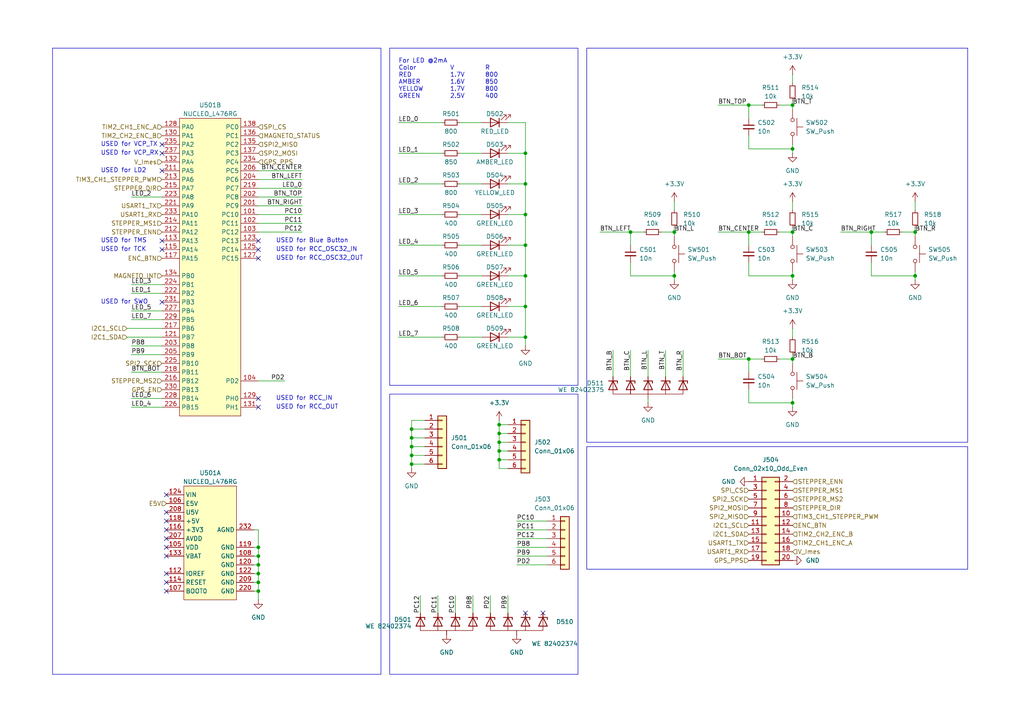
<source format=kicad_sch>
(kicad_sch (version 20231120) (generator "eeschema") (generator_version "8.0")
  (paper "A4")
  (junction (at 229.87 43.18))
  (junction (at 152.4 62.23))
  (junction (at 74.93 161.29))
  (junction (at 119.38 134.62))
  (junction (at 144.78 133.35))
  (junction (at 229.87 30.48))
  (junction (at 144.78 128.27))
  (junction (at 152.4 88.9))
  (junction (at 152.4 80.01))
  (junction (at 152.4 53.34))
  (junction (at 152.4 71.12))
  (junction (at 144.78 125.73))
  (junction (at 229.87 67.31))
  (junction (at 265.43 67.31))
  (junction (at 74.93 166.37))
  (junction (at 217.17 67.31))
  (junction (at 265.43 80.01))
  (junction (at 152.4 97.79))
  (junction (at 74.93 168.91))
  (junction (at 152.4 44.45))
  (junction (at 229.87 116.84))
  (junction (at 119.38 132.08))
  (junction (at 217.17 30.48))
  (junction (at 195.58 67.31))
  (junction (at 229.87 80.01))
  (junction (at 144.78 130.81))
  (junction (at 229.87 104.14))
  (junction (at 217.17 104.14))
  (junction (at 195.58 80.01))
  (junction (at 74.93 163.83))
  (junction (at 119.38 127))
  (junction (at 119.38 129.54))
  (junction (at 74.93 158.75))
  (junction (at 144.78 123.19))
  (junction (at 74.93 171.45))
  (junction (at 252.73 67.31))
  (junction (at 182.88 67.31))
  (junction (at 119.38 124.46))
  (no_connect (at 46.99 72.39))
  (no_connect (at 74.93 115.57))
  (no_connect (at 48.26 143.51))
  (no_connect (at 48.26 148.59))
  (no_connect (at 157.48 177.8))
  (no_connect (at 46.99 69.85))
  (no_connect (at 48.26 161.29))
  (no_connect (at 46.99 41.91))
  (no_connect (at 46.99 44.45))
  (no_connect (at 74.93 118.11))
  (no_connect (at 74.93 72.39))
  (no_connect (at 48.26 153.67))
  (no_connect (at 48.26 166.37))
  (no_connect (at 152.4 177.8))
  (no_connect (at 74.93 74.93))
  (no_connect (at 48.26 171.45))
  (no_connect (at 74.93 69.85))
  (no_connect (at 48.26 158.75))
  (no_connect (at 48.26 151.13))
  (no_connect (at 48.26 168.91))
  (no_connect (at 46.99 49.53))
  (no_connect (at 46.99 87.63))
  (no_connect (at 48.26 156.21))
  (wire (pts (xy 198.12 101.6) (xy 198.12 109.22)))
  (wire (pts (xy 38.1 115.57) (xy 46.99 115.57)))
  (wire (pts (xy 187.96 101.6) (xy 187.96 109.22)))
  (wire (pts (xy 229.87 102.87) (xy 229.87 104.14)))
  (wire (pts (xy 147.32 130.81) (xy 144.78 130.81)))
  (wire (pts (xy 119.38 121.92) (xy 119.38 124.46)))
  (wire (pts (xy 229.87 78.74) (xy 229.87 80.01)))
  (wire (pts (xy 115.57 80.01) (xy 128.27 80.01)))
  (wire (pts (xy 73.66 153.67) (xy 74.93 153.67)))
  (wire (pts (xy 195.58 78.74) (xy 195.58 80.01)))
  (wire (pts (xy 144.78 128.27) (xy 144.78 130.81)))
  (wire (pts (xy 147.32 133.35) (xy 144.78 133.35)))
  (wire (pts (xy 133.35 44.45) (xy 139.7 44.45)))
  (wire (pts (xy 147.32 123.19) (xy 144.78 123.19)))
  (wire (pts (xy 229.87 67.31) (xy 229.87 68.58)))
  (wire (pts (xy 182.88 76.2) (xy 182.88 80.01)))
  (wire (pts (xy 152.4 80.01) (xy 152.4 88.9)))
  (wire (pts (xy 229.87 30.48) (xy 229.87 31.75)))
  (wire (pts (xy 149.86 151.13) (xy 158.75 151.13)))
  (wire (pts (xy 74.93 161.29) (xy 74.93 158.75)))
  (wire (pts (xy 38.1 90.17) (xy 46.99 90.17)))
  (wire (pts (xy 152.4 71.12) (xy 152.4 80.01)))
  (wire (pts (xy 261.62 67.31) (xy 265.43 67.31)))
  (wire (pts (xy 265.43 66.04) (xy 265.43 67.31)))
  (wire (pts (xy 243.84 67.31) (xy 252.73 67.31)))
  (wire (pts (xy 133.35 62.23) (xy 139.7 62.23)))
  (wire (pts (xy 152.4 88.9) (xy 152.4 97.79)))
  (wire (pts (xy 127 172.72) (xy 127 177.8)))
  (wire (pts (xy 74.93 166.37) (xy 74.93 168.91)))
  (wire (pts (xy 252.73 76.2) (xy 252.73 80.01)))
  (wire (pts (xy 115.57 44.45) (xy 128.27 44.45)))
  (wire (pts (xy 226.06 30.48) (xy 229.87 30.48)))
  (wire (pts (xy 217.17 116.84) (xy 229.87 116.84)))
  (wire (pts (xy 87.63 62.23) (xy 74.93 62.23)))
  (wire (pts (xy 195.58 80.01) (xy 195.58 81.28)))
  (wire (pts (xy 147.32 128.27) (xy 144.78 128.27)))
  (wire (pts (xy 152.4 44.45) (xy 152.4 53.34)))
  (wire (pts (xy 74.93 161.29) (xy 74.93 163.83)))
  (wire (pts (xy 229.87 41.91) (xy 229.87 43.18)))
  (wire (pts (xy 137.16 172.72) (xy 137.16 177.8)))
  (wire (pts (xy 38.1 107.95) (xy 46.99 107.95)))
  (wire (pts (xy 123.19 132.08) (xy 119.38 132.08)))
  (wire (pts (xy 182.88 71.12) (xy 182.88 67.31)))
  (wire (pts (xy 217.17 104.14) (xy 220.98 104.14)))
  (wire (pts (xy 133.35 35.56) (xy 139.7 35.56)))
  (wire (pts (xy 149.86 153.67) (xy 158.75 153.67)))
  (wire (pts (xy 217.17 34.29) (xy 217.17 30.48)))
  (wire (pts (xy 73.66 171.45) (xy 74.93 171.45)))
  (wire (pts (xy 217.17 67.31) (xy 220.98 67.31)))
  (wire (pts (xy 229.87 80.01) (xy 229.87 81.28)))
  (wire (pts (xy 208.28 104.14) (xy 217.17 104.14)))
  (wire (pts (xy 115.57 88.9) (xy 128.27 88.9)))
  (wire (pts (xy 133.35 88.9) (xy 139.7 88.9)))
  (wire (pts (xy 195.58 66.04) (xy 195.58 67.31)))
  (wire (pts (xy 149.86 156.21) (xy 158.75 156.21)))
  (wire (pts (xy 147.32 80.01) (xy 152.4 80.01)))
  (wire (pts (xy 177.8 101.6) (xy 177.8 109.22)))
  (wire (pts (xy 152.4 35.56) (xy 152.4 44.45)))
  (wire (pts (xy 38.1 102.87) (xy 46.99 102.87)))
  (wire (pts (xy 119.38 132.08) (xy 119.38 134.62)))
  (wire (pts (xy 217.17 76.2) (xy 217.17 80.01)))
  (wire (pts (xy 147.32 125.73) (xy 144.78 125.73)))
  (wire (pts (xy 265.43 80.01) (xy 265.43 81.28)))
  (wire (pts (xy 115.57 35.56) (xy 128.27 35.56)))
  (wire (pts (xy 147.32 172.72) (xy 147.32 177.8)))
  (wire (pts (xy 74.93 168.91) (xy 74.93 171.45)))
  (wire (pts (xy 132.08 172.72) (xy 132.08 177.8)))
  (wire (pts (xy 252.73 71.12) (xy 252.73 67.31)))
  (wire (pts (xy 229.87 58.42) (xy 229.87 60.96)))
  (wire (pts (xy 144.78 123.19) (xy 144.78 125.73)))
  (wire (pts (xy 229.87 29.21) (xy 229.87 30.48)))
  (wire (pts (xy 217.17 30.48) (xy 220.98 30.48)))
  (wire (pts (xy 115.57 62.23) (xy 128.27 62.23)))
  (wire (pts (xy 147.32 88.9) (xy 152.4 88.9)))
  (wire (pts (xy 252.73 67.31) (xy 256.54 67.31)))
  (wire (pts (xy 119.38 124.46) (xy 119.38 127)))
  (wire (pts (xy 123.19 127) (xy 119.38 127)))
  (wire (pts (xy 152.4 97.79) (xy 152.4 100.33)))
  (wire (pts (xy 38.1 92.71) (xy 46.99 92.71)))
  (wire (pts (xy 229.87 115.57) (xy 229.87 116.84)))
  (wire (pts (xy 265.43 78.74) (xy 265.43 80.01)))
  (wire (pts (xy 87.63 59.69) (xy 74.93 59.69)))
  (wire (pts (xy 38.1 100.33) (xy 46.99 100.33)))
  (wire (pts (xy 73.66 166.37) (xy 74.93 166.37)))
  (wire (pts (xy 229.87 116.84) (xy 229.87 118.11)))
  (wire (pts (xy 74.93 158.75) (xy 74.93 153.67)))
  (wire (pts (xy 38.1 85.09) (xy 46.99 85.09)))
  (wire (pts (xy 149.86 163.83) (xy 158.75 163.83)))
  (wire (pts (xy 38.1 82.55) (xy 46.99 82.55)))
  (wire (pts (xy 144.78 121.92) (xy 144.78 123.19)))
  (wire (pts (xy 36.83 95.25) (xy 46.99 95.25)))
  (wire (pts (xy 265.43 67.31) (xy 265.43 68.58)))
  (wire (pts (xy 191.77 67.31) (xy 195.58 67.31)))
  (wire (pts (xy 229.87 95.25) (xy 229.87 97.79)))
  (wire (pts (xy 147.32 71.12) (xy 152.4 71.12)))
  (wire (pts (xy 74.93 171.45) (xy 74.93 173.99)))
  (wire (pts (xy 229.87 66.04) (xy 229.87 67.31)))
  (wire (pts (xy 193.04 101.6) (xy 193.04 109.22)))
  (wire (pts (xy 147.32 44.45) (xy 152.4 44.45)))
  (wire (pts (xy 173.99 67.31) (xy 182.88 67.31)))
  (wire (pts (xy 133.35 97.79) (xy 139.7 97.79)))
  (wire (pts (xy 123.19 134.62) (xy 119.38 134.62)))
  (wire (pts (xy 147.32 135.89) (xy 144.78 135.89)))
  (wire (pts (xy 149.86 161.29) (xy 158.75 161.29)))
  (wire (pts (xy 73.66 158.75) (xy 74.93 158.75)))
  (wire (pts (xy 115.57 53.34) (xy 128.27 53.34)))
  (wire (pts (xy 87.63 54.61) (xy 74.93 54.61)))
  (wire (pts (xy 147.32 97.79) (xy 152.4 97.79)))
  (wire (pts (xy 73.66 161.29) (xy 74.93 161.29)))
  (wire (pts (xy 147.32 35.56) (xy 152.4 35.56)))
  (wire (pts (xy 252.73 80.01) (xy 265.43 80.01)))
  (wire (pts (xy 119.38 129.54) (xy 119.38 132.08)))
  (wire (pts (xy 133.35 71.12) (xy 139.7 71.12)))
  (wire (pts (xy 182.88 80.01) (xy 195.58 80.01)))
  (wire (pts (xy 217.17 39.37) (xy 217.17 43.18)))
  (wire (pts (xy 74.93 49.53) (xy 87.63 49.53)))
  (wire (pts (xy 217.17 80.01) (xy 229.87 80.01)))
  (wire (pts (xy 229.87 21.59) (xy 229.87 24.13)))
  (wire (pts (xy 147.32 62.23) (xy 152.4 62.23)))
  (wire (pts (xy 217.17 71.12) (xy 217.17 67.31)))
  (wire (pts (xy 123.19 129.54) (xy 119.38 129.54)))
  (wire (pts (xy 152.4 62.23) (xy 152.4 71.12)))
  (wire (pts (xy 265.43 58.42) (xy 265.43 60.96)))
  (wire (pts (xy 38.1 118.11) (xy 46.99 118.11)))
  (wire (pts (xy 133.35 80.01) (xy 139.7 80.01)))
  (wire (pts (xy 74.93 163.83) (xy 74.93 166.37)))
  (wire (pts (xy 36.83 97.79) (xy 46.99 97.79)))
  (wire (pts (xy 217.17 107.95) (xy 217.17 104.14)))
  (wire (pts (xy 115.57 71.12) (xy 128.27 71.12)))
  (wire (pts (xy 182.88 67.31) (xy 186.69 67.31)))
  (wire (pts (xy 123.19 121.92) (xy 119.38 121.92)))
  (wire (pts (xy 119.38 135.89) (xy 119.38 134.62)))
  (wire (pts (xy 144.78 130.81) (xy 144.78 133.35)))
  (wire (pts (xy 82.55 110.49) (xy 74.93 110.49)))
  (wire (pts (xy 226.06 104.14) (xy 229.87 104.14)))
  (wire (pts (xy 208.28 67.31) (xy 217.17 67.31)))
  (wire (pts (xy 87.63 52.07) (xy 74.93 52.07)))
  (wire (pts (xy 187.96 115.57) (xy 187.96 116.84)))
  (wire (pts (xy 195.58 58.42) (xy 195.58 60.96)))
  (wire (pts (xy 226.06 67.31) (xy 229.87 67.31)))
  (wire (pts (xy 182.88 101.6) (xy 182.88 109.22)))
  (wire (pts (xy 73.66 168.91) (xy 74.93 168.91)))
  (wire (pts (xy 133.35 53.34) (xy 139.7 53.34)))
  (wire (pts (xy 87.63 57.15) (xy 74.93 57.15)))
  (wire (pts (xy 217.17 113.03) (xy 217.17 116.84)))
  (wire (pts (xy 229.87 104.14) (xy 229.87 105.41)))
  (wire (pts (xy 115.57 97.79) (xy 128.27 97.79)))
  (wire (pts (xy 121.92 172.72) (xy 121.92 177.8)))
  (wire (pts (xy 152.4 53.34) (xy 152.4 62.23)))
  (wire (pts (xy 147.32 53.34) (xy 152.4 53.34)))
  (wire (pts (xy 229.87 43.18) (xy 229.87 44.45)))
  (wire (pts (xy 38.1 57.15) (xy 46.99 57.15)))
  (wire (pts (xy 144.78 133.35) (xy 144.78 135.89)))
  (wire (pts (xy 123.19 124.46) (xy 119.38 124.46)))
  (wire (pts (xy 144.78 125.73) (xy 144.78 128.27)))
  (wire (pts (xy 142.24 172.72) (xy 142.24 177.8)))
  (wire (pts (xy 195.58 67.31) (xy 195.58 68.58)))
  (wire (pts (xy 73.66 163.83) (xy 74.93 163.83)))
  (wire (pts (xy 149.86 158.75) (xy 158.75 158.75)))
  (wire (pts (xy 87.63 67.31) (xy 74.93 67.31)))
  (wire (pts (xy 208.28 30.48) (xy 217.17 30.48)))
  (wire (pts (xy 87.63 64.77) (xy 74.93 64.77)))
  (wire (pts (xy 119.38 127) (xy 119.38 129.54)))
  (wire (pts (xy 217.17 43.18) (xy 229.87 43.18)))
  (rectangle (start 170.18 13.97) (end 280.67 128.27))
  (rectangle (start 170.18 129.54) (end 280.67 165.1))
  (rectangle (start 15.24 13.97) (end 110.49 195.58))
  (rectangle (start 113.03 13.97) (end 167.64 111.76))
  (rectangle (start 113.03 114.3) (end 167.64 195.58))
  (text "USED for SWO" (at 29.21 87.63 0) (effects (font (size 1.27 1.27)) (justify left)))
  (text "USED for RCC_OUT" (at 80.01 118.11 0) (effects (font (size 1.27 1.27)) (justify left)))
  (text "USED for VCP_RX" (at 29.21 44.45 0) (effects (font (size 1.27 1.27)) (justify left)))
  (text "USED for RCC_OSC32_IN" (at 80.01 72.39 0) (effects (font (size 1.27 1.27)) (justify left)))
  (text "USED for Blue Button" (at 80.01 69.85 0) (effects (font (size 1.27 1.27)) (justify left)))
  (text "USED for RCC_IN" (at 80.01 115.57 0) (effects (font (size 1.27 1.27)) (justify left)))
  (text "USED for RCC_OSC32_OUT" (at 80.01 74.93 0) (effects (font (size 1.27 1.27)) (justify left)))
  (text "For LED @2mA\nColor 		V		R\nRED 		1.7V	800\nAMBER		1.6V	850\nYELLOW		1.7V	800\nGREEN		2.5V	400" (at 115.57 22.86 0) (effects (font (size 1.27 1.27)) (justify left)))
  (text "USED for TMS" (at 29.21 69.85 0) (effects (font (size 1.27 1.27)) (justify left)))
  (text "USED for TCK" (at 29.21 72.39 0) (effects (font (size 1.27 1.27)) (justify left)))
  (text "USED for VCP_TX" (at 29.21 41.91 0) (effects (font (size 1.27 1.27)) (justify left)))
  (text "USED for LD2" (at 29.21 49.53 0) (effects (font (size 1.27 1.27)) (justify left)))
  (label "BTN_BOT" (at 208.28 104.14 0))
  (label "PC12" (at 87.63 67.31 180))
  (label "PB9" (at 38.1 102.87 0))
  (label "BTN_T" (at 229.87 30.48 0))
  (label "BTN_BOT" (at 38.1 107.95 0))
  (label "LED_0" (at 87.63 54.61 180))
  (label "LED_6" (at 38.1 115.57 0))
  (label "BTN_LEFT" (at 173.99 67.31 0))
  (label "PC12" (at 121.92 172.72 270))
  (label "BTN_C" (at 229.87 67.31 0))
  (label "LED_5" (at 115.57 80.01 0))
  (label "BTN_CENTER" (at 87.63 49.53 180))
  (label "PB8" (at 38.1 100.33 0))
  (label "BTN_C" (at 182.88 101.6 270))
  (label "PC10" (at 87.63 62.23 180))
  (label "BTN_CENTER" (at 208.28 67.31 0))
  (label "LED_7" (at 115.57 97.79 0))
  (label "BTN_TOP" (at 87.63 57.15 180))
  (label "LED_3" (at 38.1 82.55 0))
  (label "LED_7" (at 38.1 92.71 0))
  (label "PC10" (at 149.86 151.13 0))
  (label "BTN_LEFT" (at 87.63 52.07 180))
  (label "PC11" (at 127 172.72 270))
  (label "BTN_L" (at 187.96 101.6 270))
  (label "PB9" (at 147.32 172.72 270))
  (label "BTN_TOP" (at 208.28 30.48 0))
  (label "PC12" (at 149.86 156.21 0))
  (label "BTN_R" (at 265.43 67.31 0))
  (label "BTN_RIGHT" (at 87.63 59.69 180))
  (label "LED_2" (at 115.57 53.34 0))
  (label "PC11" (at 149.86 153.67 0))
  (label "LED_6" (at 115.57 88.9 0))
  (label "PD2" (at 142.24 172.72 270))
  (label "LED_1" (at 115.57 44.45 0))
  (label "PB8" (at 149.86 158.75 0))
  (label "PB8" (at 137.16 172.72 270))
  (label "LED_3" (at 115.57 62.23 0))
  (label "PD2" (at 82.55 110.49 180))
  (label "PC10" (at 132.08 172.72 270))
  (label "BTN_B" (at 229.87 104.14 0))
  (label "LED_2" (at 38.1 57.15 0))
  (label "BTN_B" (at 177.8 101.6 270))
  (label "PB9" (at 149.86 161.29 0))
  (label "LED_5" (at 38.1 90.17 0))
  (label "LED_4" (at 115.57 71.12 0))
  (label "PD2" (at 149.86 163.83 0))
  (label "PC11" (at 87.63 64.77 180))
  (label "BTN_RIGHT" (at 243.84 67.31 0))
  (label "LED_4" (at 38.1 118.11 0))
  (label "BTN_L" (at 195.58 67.31 0))
  (label "BTN_T" (at 193.04 101.6 270))
  (label "LED_0" (at 115.57 35.56 0))
  (label "BTN_R" (at 198.12 101.6 270))
  (label "LED_1" (at 38.1 85.09 0))
  (hierarchical_label "SPI2_SCK" (shape input) (at 217.17 144.78 180))
  (hierarchical_label "TIM3_CH1_STEPPER_PWM" (shape input) (at 229.87 149.86 0))
  (hierarchical_label "SPI2_MOSI" (shape input) (at 217.17 147.32 180))
  (hierarchical_label "STEPPER_ENN" (shape input) (at 229.87 139.7 0))
  (hierarchical_label "I2C1_SCL" (shape input) (at 36.83 95.25 180))
  (hierarchical_label "STEPPER_MS1" (shape input) (at 229.87 142.24 0))
  (hierarchical_label "TIM2_CH2_ENC_B" (shape input) (at 229.87 154.94 0))
  (hierarchical_label "ENC_BTN" (shape input) (at 46.99 74.93 180))
  (hierarchical_label "MAGNETO_INT" (shape input) (at 46.99 80.01 180))
  (hierarchical_label "TIM2_CH1_ENC_A" (shape input) (at 46.99 36.83 180))
  (hierarchical_label "GPS_PPS" (shape input) (at 217.17 162.56 180))
  (hierarchical_label "I2C1_SDA" (shape input) (at 217.17 154.94 180))
  (hierarchical_label "STEPPER_DIR" (shape input) (at 46.99 54.61 180))
  (hierarchical_label "STEPPER_MS2" (shape input) (at 46.99 110.49 180))
  (hierarchical_label "SPI2_MISO" (shape input) (at 74.93 41.91 0))
  (hierarchical_label "SPI_CS" (shape input) (at 74.93 36.83 0))
  (hierarchical_label "STEPPER_MS1" (shape input) (at 46.99 64.77 180))
  (hierarchical_label "SPI2_SCK" (shape input) (at 46.99 105.41 180))
  (hierarchical_label "TIM3_CH1_STEPPER_PWM" (shape input) (at 46.99 52.07 180))
  (hierarchical_label "USART1_TX" (shape input) (at 46.99 59.69 180))
  (hierarchical_label "TIM2_CH2_ENC_B" (shape input) (at 46.99 39.37 180))
  (hierarchical_label "GPS_EN" (shape input) (at 46.99 113.03 180))
  (hierarchical_label "TIM2_CH1_ENC_A" (shape input) (at 229.87 157.48 0))
  (hierarchical_label "SPI2_MISO" (shape input) (at 217.17 149.86 180))
  (hierarchical_label "STEPPER_DIR" (shape input) (at 229.87 147.32 0))
  (hierarchical_label "STEPPER_MS2" (shape input) (at 229.87 144.78 0))
  (hierarchical_label "I2C1_SDA" (shape input) (at 36.83 97.79 180))
  (hierarchical_label "MAGNETO_STATUS" (shape input) (at 74.93 39.37 0))
  (hierarchical_label "USART1_TX" (shape input) (at 217.17 157.48 180))
  (hierarchical_label "SPI2_MOSI" (shape input) (at 74.93 44.45 0))
  (hierarchical_label "SPI_CS" (shape input) (at 217.17 142.24 180))
  (hierarchical_label "USART1_RX" (shape input) (at 46.99 62.23 180))
  (hierarchical_label "ENC_BTN" (shape input) (at 229.87 152.4 0))
  (hierarchical_label "V_Imes" (shape input) (at 46.99 46.99 180))
  (hierarchical_label "USART1_RX" (shape input) (at 217.17 160.02 180))
  (hierarchical_label "STEPPER_ENN" (shape input) (at 46.99 67.31 180))
  (hierarchical_label "E5V" (shape input) (at 48.26 146.05 180))
  (hierarchical_label "I2C1_SCL" (shape input) (at 217.17 152.4 180))
  (hierarchical_label "V_Imes" (shape input) (at 229.87 160.02 0))
  (hierarchical_label "GPS_PPS" (shape input) (at 74.93 46.99 0))
  (symbol (lib_id "Device:R_Small") (at 130.81 62.23 90) (unit 1)
    (property "Reference" "R504" (at 130.81 59.69 90))
    (property "Value" "400" (at 130.81 64.77 90))
    (property "Footprint" "Resistor_SMD:R_0402_1005Metric" (effects (hide yes)))
    (property "Description" "Resistor, small symbol" (effects (hide yes)))
  )
  (symbol (lib_id "Device:LED") (at 143.51 88.9 180) (unit 1)
    (property "Reference" "D508" (at 143.51 86.36 0))
    (property "Value" "GREEN_LED" (at 143.51 91.44 0))
    (property "Footprint" "LED_SMD:LED_0603_1608Metric" (effects (hide yes)))
    (property "Datasheet" "https://www.we-online.com/components/products/datasheet/150060GS55040.pdf" (effects (hide yes)))
    (property "Description" "Light emitting diode" (effects (hide yes)))
    (property "MPN" "WE 150060GS55040" (effects (hide yes)))
  )
  (symbol (lib_id "power:+3.3V") (at 229.87 58.42 0) (unit 1)
    (property "Reference" "#PWR0512" (effects (hide yes)))
    (property "Value" "+3.3V" (at 229.87 53.34 0))
    (property "Description" "Power symbol creates a global label with name \"+3.3V\"" (effects (hide yes)))
  )
  (symbol (lib_id "Device:R_Small") (at 265.43 63.5 180) (unit 1)
    (property "Reference" "R518" (at 267.97 62.2299 0) (effects (justify right)))
    (property "Value" "10k" (at 267.97 64.7699 0) (effects (justify right)))
    (property "Footprint" "Resistor_SMD:R_0402_1005Metric" (effects (hide yes)))
    (property "Description" "Resistor, small symbol" (effects (hide yes)))
  )
  (symbol (lib_id "Device:LED") (at 143.51 53.34 180) (unit 1)
    (property "Reference" "D504" (at 143.51 50.8 0))
    (property "Value" "YELLOW_LED" (at 143.51 55.88 0))
    (property "Footprint" "LED_SMD:LED_0603_1608Metric" (effects (hide yes)))
    (property "Datasheet" "https://www.we-online.com/components/products/datasheet/150060YS55040.pdf" (effects (hide yes)))
    (property "Description" "Light emitting diode" (effects (hide yes)))
    (property "MPN" "WE 150060YS55040" (effects (hide yes)))
  )
  (symbol (lib_id "power:GND") (at 129.54 184.15 0) (unit 1)
    (property "Reference" "#PWR0503" (effects (hide yes)))
    (property "Value" "GND" (at 129.54 189.23 0))
    (property "Description" "Power symbol creates a global label with name \"GND\" , ground" (effects (hide yes)))
  )
  (symbol (lib_id "Device:R_Small") (at 130.81 35.56 90) (unit 1)
    (property "Reference" "R501" (at 130.81 33.02 90))
    (property "Value" "800" (at 130.81 38.1 90))
    (property "Footprint" "Resistor_SMD:R_0402_1005Metric" (effects (hide yes)))
    (property "Description" "Resistor, small symbol" (effects (hide yes)))
  )
  (symbol (lib_id "power:GND") (at 229.87 118.11 0) (unit 1)
    (property "Reference" "#PWR0515" (effects (hide yes)))
    (property "Value" "GND" (at 229.87 123.19 0))
    (property "Description" "Power symbol creates a global label with name \"GND\" , ground" (effects (hide yes)))
  )
  (symbol (lib_id "Device:R_Small") (at 130.81 53.34 90) (unit 1)
    (property "Reference" "R503" (at 130.81 50.8 90))
    (property "Value" "800" (at 130.81 55.88 90))
    (property "Footprint" "Resistor_SMD:R_0402_1005Metric" (effects (hide yes)))
    (property "Description" "Resistor, small symbol" (effects (hide yes)))
  )
  (symbol (lib_id "Switch:SW_Push") (at 229.87 73.66 270) (unit 1)
    (property "Reference" "SW503" (at 233.68 72.3899 90) (effects (justify left)))
    (property "Value" "SW_Push" (at 233.68 74.9299 90) (effects (justify left)))
    (property "Footprint" "Button_Switch_SMD:SW_Push_1P1T_NO_6x6mm_H9.5mm" (effects (hide yes)))
    (property "Description" "Push button switch, generic, two pins" (effects (hide yes)))
    (property "MPN" "WE 430182070816" (effects (hide yes)))
  )
  (symbol (lib_id "power:GND") (at 229.87 81.28 0) (unit 1)
    (property "Reference" "#PWR0513" (effects (hide yes)))
    (property "Value" "GND" (at 229.87 86.36 0))
    (property "Description" "Power symbol creates a global label with name \"GND\" , ground" (effects (hide yes)))
  )
  (symbol (lib_id "Device:R_Small") (at 130.81 71.12 90) (unit 1)
    (property "Reference" "R505" (at 130.81 68.58 90))
    (property "Value" "400" (at 130.81 73.66 90))
    (property "Footprint" "Resistor_SMD:R_0402_1005Metric" (effects (hide yes)))
    (property "Description" "Resistor, small symbol" (effects (hide yes)))
  )
  (symbol (lib_id "power:+3.3V") (at 144.78 121.92 0) (unit 1)
    (property "Reference" "#PWR0504" (effects (hide yes)))
    (property "Value" "+3.3V" (at 144.78 116.84 0))
    (property "Description" "Power symbol creates a global label with name \"+3.3V\"" (effects (hide yes)))
  )
  (symbol (lib_id "Device:R_Small") (at 223.52 67.31 90) (unit 1)
    (property "Reference" "R512" (at 223.52 62.23 90))
    (property "Value" "10k" (at 223.52 64.77 90))
    (property "Footprint" "Resistor_SMD:R_0402_1005Metric" (effects (hide yes)))
    (property "Description" "Resistor, small symbol" (effects (hide yes)))
  )
  (symbol (lib_id "power:+3.3V") (at 229.87 21.59 0) (unit 1)
    (property "Reference" "#PWR0510" (effects (hide yes)))
    (property "Value" "+3.3V" (at 229.87 16.51 0))
    (property "Description" "Power symbol creates a global label with name \"+3.3V\"" (effects (hide yes)))
  )
  (symbol (lib_id "power:GND") (at 217.17 139.7 270) (unit 1)
    (property "Reference" "#PWR0518" (effects (hide yes)))
    (property "Value" "GND" (at 213.36 139.6999 90) (effects (justify right)))
    (property "Description" "Power symbol creates a global label with name \"GND\" , ground" (effects (hide yes)))
  )
  (symbol (lib_id "Device:R_Small") (at 195.58 63.5 180) (unit 1)
    (property "Reference" "R510" (at 198.12 62.2299 0) (effects (justify right)))
    (property "Value" "10k" (at 198.12 64.7699 0) (effects (justify right)))
    (property "Footprint" "Resistor_SMD:R_0402_1005Metric" (effects (hide yes)))
    (property "Description" "Resistor, small symbol" (effects (hide yes)))
  )
  (symbol (lib_id "Device:R_Small") (at 229.87 63.5 180) (unit 1)
    (property "Reference" "R515" (at 232.41 62.2299 0) (effects (justify right)))
    (property "Value" "10k" (at 232.41 64.7699 0) (effects (justify right)))
    (property "Footprint" "Resistor_SMD:R_0402_1005Metric" (effects (hide yes)))
    (property "Description" "Resistor, small symbol" (effects (hide yes)))
  )
  (symbol (lib_name "NUCLEO_L476RG_1") (lib_id "WITNS_ST:NUCLEO_L476RG") (at 60.96 77.47 0) (unit 2)
    (property "Reference" "U501" (at 60.96 30.48 0))
    (property "Value" "NUCLEO_L476RG" (at 60.96 33.02 0))
    (property "Footprint" "libs:ST_NUCLEO_64" (effects (hide yes)))
    (property "MPN" "TSW-119-19-T-D " (effects (hide yes)))
  )
  (symbol (lib_id "Device:R_Small") (at 130.81 97.79 90) (unit 1)
    (property "Reference" "R508" (at 130.81 95.25 90))
    (property "Value" "400" (at 130.81 100.33 90))
    (property "Footprint" "Resistor_SMD:R_0402_1005Metric" (effects (hide yes)))
    (property "Description" "Resistor, small symbol" (effects (hide yes)))
  )
  (symbol (lib_id "Device:R_Small") (at 229.87 26.67 180) (unit 1)
    (property "Reference" "R514" (at 232.41 25.3999 0) (effects (justify right)))
    (property "Value" "10k" (at 232.41 27.9399 0) (effects (justify right)))
    (property "Footprint" "Resistor_SMD:R_0402_1005Metric" (effects (hide yes)))
    (property "Description" "Resistor, small symbol" (effects (hide yes)))
  )
  (symbol (lib_id "Device:C_Small") (at 217.17 36.83 0) (unit 1)
    (property "Reference" "C502" (at 219.71 35.5662 0) (effects (justify left)))
    (property "Value" "10n" (at 219.71 38.1062 0) (effects (justify left)))
    (property "Footprint" "Capacitor_SMD:C_0402_1005Metric" (effects (hide yes)))
    (property "Description" "Unpolarized capacitor, small symbol" (effects (hide yes)))
    (property "MPN" "WE 885012205050" (effects (hide yes)))
  )
  (symbol (lib_id "Switch:SW_Push") (at 265.43 73.66 270) (unit 1)
    (property "Reference" "SW505" (at 269.24 72.3899 90) (effects (justify left)))
    (property "Value" "SW_Push" (at 269.24 74.9299 90) (effects (justify left)))
    (property "Footprint" "Button_Switch_SMD:SW_Push_1P1T_NO_6x6mm_H9.5mm" (effects (hide yes)))
    (property "Description" "Push button switch, generic, two pins" (effects (hide yes)))
    (property "MPN" "WE 430182070816" (effects (hide yes)))
  )
  (symbol (lib_id "Device:LED") (at 143.51 80.01 180) (unit 1)
    (property "Reference" "D507" (at 143.51 77.47 0))
    (property "Value" "GREEN_LED" (at 143.51 82.55 0))
    (property "Footprint" "LED_SMD:LED_0603_1608Metric" (effects (hide yes)))
    (property "Datasheet" "https://www.we-online.com/components/products/datasheet/150060GS55040.pdf" (effects (hide yes)))
    (property "Description" "Light emitting diode" (effects (hide yes)))
    (property "MPN" "WE 150060GS55040" (effects (hide yes)))
  )
  (symbol (lib_id "power:GND") (at 149.86 184.15 0) (unit 1)
    (property "Reference" "#PWR0505" (effects (hide yes)))
    (property "Value" "GND" (at 149.86 189.23 0))
    (property "Description" "Power symbol creates a global label with name \"GND\" , ground" (effects (hide yes)))
  )
  (symbol (lib_id "Device:C_Small") (at 252.73 73.66 0) (unit 1)
    (property "Reference" "C505" (at 255.27 72.3962 0) (effects (justify left)))
    (property "Value" "10n" (at 255.27 74.9362 0) (effects (justify left)))
    (property "Footprint" "Capacitor_SMD:C_0402_1005Metric" (effects (hide yes)))
    (property "Description" "Unpolarized capacitor, small symbol" (effects (hide yes)))
    (property "MPN" "WE 885012205050" (effects (hide yes)))
  )
  (symbol (lib_id "Device:C_Small") (at 217.17 110.49 0) (unit 1)
    (property "Reference" "C504" (at 219.71 109.2262 0) (effects (justify left)))
    (property "Value" "10n" (at 219.71 111.7662 0) (effects (justify left)))
    (property "Footprint" "Capacitor_SMD:C_0402_1005Metric" (effects (hide yes)))
    (property "Description" "Unpolarized capacitor, small symbol" (effects (hide yes)))
    (property "MPN" "WE 885012205050" (effects (hide yes)))
  )
  (symbol (lib_id "Device:LED") (at 143.51 71.12 180) (unit 1)
    (property "Reference" "D506" (at 143.51 68.58 0))
    (property "Value" "GREEN_LED" (at 143.51 73.66 0))
    (property "Footprint" "LED_SMD:LED_0603_1608Metric" (effects (hide yes)))
    (property "Datasheet" "https://www.we-online.com/components/products/datasheet/150060GS55040.pdf" (effects (hide yes)))
    (property "Description" "Light emitting diode" (effects (hide yes)))
    (property "MPN" "WE 150060GS55040" (effects (hide yes)))
  )
  (symbol (lib_id "power:GND") (at 119.38 135.89 0) (unit 1)
    (property "Reference" "#PWR0502" (effects (hide yes)))
    (property "Value" "GND" (at 119.38 140.97 0))
    (property "Description" "Power symbol creates a global label with name \"GND\" , ground" (effects (hide yes)))
  )
  (symbol (lib_id "Device:LED") (at 143.51 62.23 180) (unit 1)
    (property "Reference" "D505" (at 143.51 59.69 0))
    (property "Value" "GREEN_LED" (at 143.51 64.77 0))
    (property "Footprint" "LED_SMD:LED_0603_1608Metric" (effects (hide yes)))
    (property "Datasheet" "https://www.we-online.com/components/products/datasheet/150060GS55040.pdf" (effects (hide yes)))
    (property "Description" "Light emitting diode" (effects (hide yes)))
    (property "MPN" "WE 150060GS55040" (effects (hide yes)))
  )
  (symbol (lib_id "Device:LED") (at 143.51 44.45 180) (unit 1)
    (property "Reference" "D503" (at 143.51 41.91 0))
    (property "Value" "AMBER_LED" (at 143.51 46.99 0))
    (property "Footprint" "LED_SMD:LED_0603_1608Metric" (effects (hide yes)))
    (property "Datasheet" "https://www.we-online.com/components/products/datasheet/150060AS55040.pdf" (effects (hide yes)))
    (property "Description" "Light emitting diode" (effects (hide yes)))
    (property "MPN" "WE 150060AS55040" (effects (hide yes)))
  )
  (symbol (lib_id "Connector_Generic:Conn_02x10_Odd_Even") (at 222.25 149.86 0) (unit 1)
    (property "Reference" "J504" (at 223.52 133.35 0))
    (property "Value" "Conn_02x10_Odd_Even" (at 223.52 135.89 0))
    (property "Footprint" "Connector_PinHeader_2.54mm:PinHeader_2x10_P2.54mm_Vertical_SMD" (effects (hide yes)))
    (property "Datasheet" "https://www.we-online.com/components/products/datasheet/61002021121.pdf" (effects (hide yes)))
    (property "Description" "Generic connector, double row, 02x10, odd/even pin numbering scheme (row 1 odd numbers, row 2 even numbers), script generated (kicad-library-utils/schlib/autogen/connector/)" (effects (hide yes)))
    (property "MPN" "WE 61002021121" (effects (hide yes)))
  )
  (symbol (lib_id "mylibs:D_TVS_Uni_x4") (at 149.86 181.61 180) (unit 1)
    (property "Reference" "D510" (at 166.37 180.34 0) (effects (justify left)))
    (property "Value" "WE 82402374" (at 167.64 186.69 0) (effects (justify left)))
    (property "Footprint" "libs:SC70-5L" (effects (hide yes)))
    (property "Datasheet" "https://www.we-online.com/components/products/datasheet/82402374.pdf" (effects (hide yes)))
    (property "Description" "TVS 5V x4" (effects (hide yes)))
    (property "MPN" "WE 82402374" (effects (hide yes)))
  )
  (symbol (lib_id "power:GND") (at 229.87 162.56 90) (unit 1)
    (property "Reference" "#PWR0519" (effects (hide yes)))
    (property "Value" "GND" (at 233.68 162.5599 90) (effects (justify right)))
    (property "Description" "Power symbol creates a global label with name \"GND\" , ground" (effects (hide yes)))
  )
  (symbol (lib_id "Connector_Generic:Conn_01x06") (at 152.4 128.27 0) (unit 1)
    (property "Reference" "J502" (at 154.94 128.2699 0) (effects (justify left)))
    (property "Value" "Conn_01x06" (at 154.94 130.8099 0) (effects (justify left)))
    (property "Footprint" "Connector_PinHeader_2.54mm:PinHeader_1x06_P2.54mm_Vertical" (effects (hide yes)))
    (property "Description" "Generic connector, single row, 01x06, script generated (kicad-library-utils/schlib/autogen/connector/)" (effects (hide yes)))
    (property "MPN" "SAMTEC TSW-106-05-F-T " (effects (hide yes)))
  )
  (symbol (lib_id "Device:R_Small") (at 130.81 88.9 90) (unit 1)
    (property "Reference" "R507" (at 130.81 86.36 90))
    (property "Value" "400" (at 130.81 91.44 90))
    (property "Footprint" "Resistor_SMD:R_0402_1005Metric" (effects (hide yes)))
    (property "Description" "Resistor, small symbol" (effects (hide yes)))
  )
  (symbol (lib_id "Device:R_Small") (at 130.81 80.01 90) (unit 1)
    (property "Reference" "R506" (at 130.81 77.47 90))
    (property "Value" "400" (at 130.81 82.55 90))
    (property "Footprint" "Resistor_SMD:R_0402_1005Metric" (effects (hide yes)))
    (property "Description" "Resistor, small symbol" (effects (hide yes)))
  )
  (symbol (lib_id "Switch:SW_Push") (at 195.58 73.66 270) (unit 1)
    (property "Reference" "SW501" (at 199.39 72.3899 90) (effects (justify left)))
    (property "Value" "SW_Push" (at 199.39 74.9299 90) (effects (justify left)))
    (property "Footprint" "Button_Switch_SMD:SW_Push_1P1T_NO_6x6mm_H9.5mm" (effects (hide yes)))
    (property "Description" "Push button switch, generic, two pins" (effects (hide yes)))
    (property "MPN" "WE 430182070816" (effects (hide yes)))
  )
  (symbol (lib_id "Connector_Generic:Conn_01x06") (at 163.83 156.21 0) (unit 1)
    (property "Reference" "J503" (at 154.94 144.78 0) (effects (justify left)))
    (property "Value" "Conn_01x06" (at 154.94 147.32 0) (effects (justify left)))
    (property "Footprint" "Connector_PinHeader_2.54mm:PinHeader_1x06_P2.54mm_Vertical" (effects (hide yes)))
    (property "Description" "Generic connector, single row, 01x06, script generated (kicad-library-utils/schlib/autogen/connector/)" (effects (hide yes)))
    (property "MPN" "SAMTEC TSW-106-05-F-T " (effects (hide yes)))
  )
  (symbol (lib_id "Switch:SW_Push") (at 229.87 110.49 270) (unit 1)
    (property "Reference" "SW504" (at 233.68 109.2199 90) (effects (justify left)))
    (property "Value" "SW_Push" (at 233.68 111.7599 90) (effects (justify left)))
    (property "Footprint" "Button_Switch_SMD:SW_Push_1P1T_NO_6x6mm_H9.5mm" (effects (hide yes)))
    (property "Description" "Push button switch, generic, two pins" (effects (hide yes)))
    (property "MPN" "WE 430182070816" (effects (hide yes)))
  )
  (symbol (lib_id "Device:R_Small") (at 223.52 30.48 90) (unit 1)
    (property "Reference" "R511" (at 223.52 25.4 90))
    (property "Value" "10k" (at 223.52 27.94 90))
    (property "Footprint" "Resistor_SMD:R_0402_1005Metric" (effects (hide yes)))
    (property "Description" "Resistor, small symbol" (effects (hide yes)))
  )
  (symbol (lib_id "power:GND") (at 187.96 116.84 0) (unit 1)
    (property "Reference" "#PWR0507" (effects (hide yes)))
    (property "Value" "GND" (at 187.96 121.92 0))
    (property "Description" "Power symbol creates a global label with name \"GND\" , ground" (effects (hide yes)))
  )
  (symbol (lib_id "Device:C_Small") (at 182.88 73.66 0) (unit 1)
    (property "Reference" "C501" (at 185.42 72.3962 0) (effects (justify left)))
    (property "Value" "10n" (at 185.42 74.9362 0) (effects (justify left)))
    (property "Footprint" "Capacitor_SMD:C_0402_1005Metric" (effects (hide yes)))
    (property "Description" "Unpolarized capacitor, small symbol" (effects (hide yes)))
    (property "MPN" "WE 885012205050" (effects (hide yes)))
  )
  (symbol (lib_id "power:+3.3V") (at 229.87 95.25 0) (unit 1)
    (property "Reference" "#PWR0514" (effects (hide yes)))
    (property "Value" "+3.3V" (at 229.87 90.17 0))
    (property "Description" "Power symbol creates a global label with name \"+3.3V\"" (effects (hide yes)))
  )
  (symbol (lib_id "power:GND") (at 152.4 100.33 0) (unit 1)
    (property "Reference" "#PWR0506" (effects (hide yes)))
    (property "Value" "GND" (at 152.4 105.41 0))
    (property "Description" "Power symbol creates a global label with name \"GND\" , ground" (effects (hide yes)))
  )
  (symbol (lib_id "Device:LED") (at 143.51 35.56 180) (unit 1)
    (property "Reference" "D502" (at 143.51 33.02 0))
    (property "Value" "RED_LED" (at 143.51 38.1 0))
    (property "Footprint" "LED_SMD:LED_0603_1608Metric" (effects (hide yes)))
    (property "Datasheet" "https://www.we-online.com/components/products/datasheet/150060RS55040.pdf" (effects (hide yes)))
    (property "Description" "Light emitting diode" (effects (hide yes)))
    (property "MPN" "WE 150060RS55040" (effects (hide yes)))
  )
  (symbol (lib_id "Connector_Generic:Conn_01x06") (at 128.27 127 0) (unit 1)
    (property "Reference" "J501" (at 130.81 126.9999 0) (effects (justify left)))
    (property "Value" "Conn_01x06" (at 130.81 129.5399 0) (effects (justify left)))
    (property "Footprint" "Connector_PinHeader_2.54mm:PinHeader_1x06_P2.54mm_Vertical" (effects (hide yes)))
    (property "Description" "Generic connector, single row, 01x06, script generated (kicad-library-utils/schlib/autogen/connector/)" (effects (hide yes)))
    (property "MPN" "SAMTEC TSW-106-05-F-T " (effects (hide yes)))
  )
  (symbol (lib_id "Device:LED") (at 143.51 97.79 180) (unit 1)
    (property "Reference" "D509" (at 143.51 95.25 0))
    (property "Value" "GREEN_LED" (at 143.51 100.33 0))
    (property "Footprint" "LED_SMD:LED_0603_1608Metric" (effects (hide yes)))
    (property "Datasheet" "https://www.we-online.com/components/products/datasheet/150060GS55040.pdf" (effects (hide yes)))
    (property "Description" "Light emitting diode" (effects (hide yes)))
    (property "MPN" "WE 150060GS55040" (effects (hide yes)))
  )
  (symbol (lib_id "Device:C_Small") (at 217.17 73.66 0) (unit 1)
    (property "Reference" "C503" (at 219.71 72.3962 0) (effects (justify left)))
    (property "Value" "10n" (at 219.71 74.9362 0) (effects (justify left)))
    (property "Footprint" "Capacitor_SMD:C_0402_1005Metric" (effects (hide yes)))
    (property "Description" "Unpolarized capacitor, small symbol" (effects (hide yes)))
    (property "MPN" "WE 885012205050" (effects (hide yes)))
  )
  (symbol (lib_id "Device:R_Small") (at 130.81 44.45 90) (unit 1)
    (property "Reference" "R502" (at 130.81 41.91 90))
    (property "Value" "850" (at 130.81 46.99 90))
    (property "Footprint" "Resistor_SMD:R_0402_1005Metric" (effects (hide yes)))
    (property "Description" "Resistor, small symbol" (effects (hide yes)))
  )
  (symbol (lib_id "Device:R_Small") (at 259.08 67.31 90) (unit 1)
    (property "Reference" "R517" (at 259.08 62.23 90))
    (property "Value" "10k" (at 259.08 64.77 90))
    (property "Footprint" "Resistor_SMD:R_0402_1005Metric" (effects (hide yes)))
    (property "Description" "Resistor, small symbol" (effects (hide yes)))
  )
  (symbol (lib_id "power:GND") (at 229.87 44.45 0) (unit 1)
    (property "Reference" "#PWR0511" (effects (hide yes)))
    (property "Value" "GND" (at 229.87 49.53 0))
    (property "Description" "Power symbol creates a global label with name \"GND\" , ground" (effects (hide yes)))
  )
  (symbol (lib_id "mylibs:D_TVS_Uni_x4") (at 129.54 181.61 180) (unit 1)
    (property "Reference" "D501" (at 119.38 179.7049 0) (effects (justify left)))
    (property "Value" "WE 82402374" (at 119.38 181.61 0) (effects (justify left)))
    (property "Footprint" "libs:SC70-5L" (effects (hide yes)))
    (property "Datasheet" "https://www.we-online.com/components/products/datasheet/82402374.pdf" (effects (hide yes)))
    (property "Description" "TVS 5V x4" (effects (hide yes)))
    (property "MPN" "WE 82402374" (effects (hide yes)))
  )
  (symbol (lib_id "power:GND") (at 74.93 173.99 0) (unit 1)
    (property "Reference" "#PWR0501" (effects (hide yes)))
    (property "Value" "GND" (at 74.93 179.07 0))
    (property "Description" "Power symbol creates a global label with name \"GND\" , ground" (effects (hide yes)))
  )
  (symbol (lib_id "WITNS_ST:NUCLEO_L476RG") (at 60.96 157.48 0) (unit 1)
    (property "Reference" "U501" (at 60.96 137.16 0))
    (property "Value" "NUCLEO_L476RG" (at 60.96 139.7 0))
    (property "Footprint" "libs:ST_NUCLEO_64" (effects (hide yes)))
    (property "MPN" "TSW-119-19-T-D " (effects (hide yes)))
  )
  (symbol (lib_id "power:GND") (at 195.58 81.28 0) (unit 1)
    (property "Reference" "#PWR0509" (effects (hide yes)))
    (property "Value" "GND" (at 195.58 86.36 0))
    (property "Description" "Power symbol creates a global label with name \"GND\" , ground" (effects (hide yes)))
  )
  (symbol (lib_id "Switch:SW_Push") (at 229.87 36.83 270) (unit 1)
    (property "Reference" "SW502" (at 233.68 35.5599 90) (effects (justify left)))
    (property "Value" "SW_Push" (at 233.68 38.0999 90) (effects (justify left)))
    (property "Footprint" "Button_Switch_SMD:SW_Push_1P1T_NO_6x6mm_H9.5mm" (effects (hide yes)))
    (property "Description" "Push button switch, generic, two pins" (effects (hide yes)))
    (property "MPN" "WE 430182070816" (effects (hide yes)))
  )
  (symbol (lib_id "power:+3.3V") (at 195.58 58.42 0) (unit 1)
    (property "Reference" "#PWR0508" (effects (hide yes)))
    (property "Value" "+3.3V" (at 195.58 53.34 0))
    (property "Description" "Power symbol creates a global label with name \"+3.3V\"" (effects (hide yes)))
  )
  (symbol (lib_id "mylibs:D_TVS_Uni_x5") (at 187.96 113.03 180) (unit 1)
    (property "Reference" "D511" (at 175.26 111.1249 0) (effects (justify left)))
    (property "Value" "WE 82402375" (at 175.26 113.03 0) (effects (justify left)))
    (property "Footprint" "libs:SC70-6L" (effects (hide yes)))
    (property "Datasheet" "https://www.we-online.com/components/products/datasheet/82402375.pdf" (effects (hide yes)))
    (property "Description" "TVS 5V x5" (effects (hide yes)))
    (property "MPN" "WE 82402375" (effects (hide yes)))
  )
  (symbol (lib_id "power:GND") (at 265.43 81.28 0) (unit 1)
    (property "Reference" "#PWR0517" (effects (hide yes)))
    (property "Value" "GND" (at 265.43 86.36 0))
    (property "Description" "Power symbol creates a global label with name \"GND\" , ground" (effects (hide yes)))
  )
  (symbol (lib_id "Device:R_Small") (at 189.23 67.31 90) (unit 1)
    (property "Reference" "R509" (at 189.23 62.23 90))
    (property "Value" "10k" (at 189.23 64.77 90))
    (property "Footprint" "Resistor_SMD:R_0402_1005Metric" (effects (hide yes)))
    (property "Description" "Resistor, small symbol" (effects (hide yes)))
  )
  (symbol (lib_id "Device:R_Small") (at 229.87 100.33 180) (unit 1)
    (property "Reference" "R516" (at 232.41 99.0599 0) (effects (justify right)))
    (property "Value" "10k" (at 232.41 101.5999 0) (effects (justify right)))
    (property "Footprint" "Resistor_SMD:R_0402_1005Metric" (effects (hide yes)))
    (property "Description" "Resistor, small symbol" (effects (hide yes)))
  )
  (symbol (lib_id "power:+3.3V") (at 265.43 58.42 0) (unit 1)
    (property "Reference" "#PWR0516" (effects (hide yes)))
    (property "Value" "+3.3V" (at 265.43 53.34 0))
    (property "Description" "Power symbol creates a global label with name \"+3.3V\"" (effects (hide yes)))
  )
  (symbol (lib_id "Device:R_Small") (at 223.52 104.14 90) (unit 1)
    (property "Reference" "R513" (at 223.52 99.06 90))
    (property "Value" "10k" (at 223.52 101.6 90))
    (property "Footprint" "Resistor_SMD:R_0402_1005Metric" (effects (hide yes)))
    (property "Description" "Resistor, small symbol" (effects (hide yes)))
  )
)
</source>
